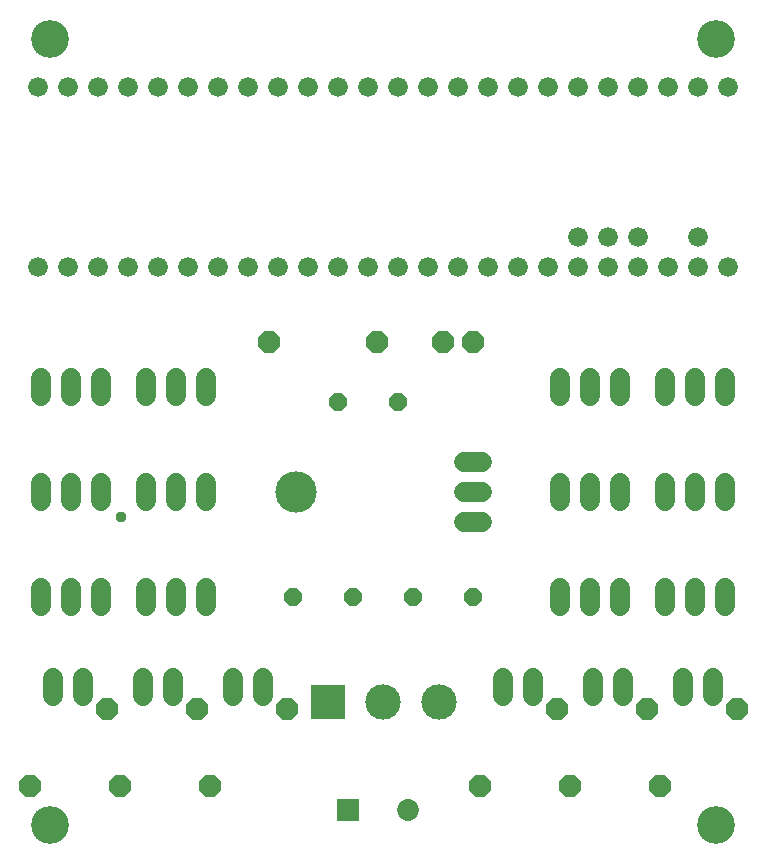
<source format=gbr>
G04 EAGLE Gerber RS-274X export*
G75*
%MOMM*%
%FSLAX34Y34*%
%LPD*%
%INSoldermask Bottom*%
%IPPOS*%
%AMOC8*
5,1,8,0,0,1.08239X$1,22.5*%
G01*
%ADD10C,3.203200*%
%ADD11C,1.727200*%
%ADD12C,1.676400*%
%ADD13C,3.505200*%
%ADD14P,1.649562X8X202.500000*%
%ADD15R,1.853200X1.853200*%
%ADD16C,1.853200*%
%ADD17P,2.034460X8X202.500000*%
%ADD18P,2.034460X8X22.500000*%
%ADD19P,2.034460X8X247.500000*%
%ADD20R,2.984500X2.984500*%
%ADD21C,2.984500*%
%ADD22C,0.959600*%


D10*
X35560Y-142240D03*
X599440Y-142240D03*
X599440Y523240D03*
X35560Y523240D03*
D11*
X27940Y58420D02*
X27940Y43180D01*
X53340Y43180D02*
X53340Y58420D01*
X78740Y58420D02*
X78740Y43180D01*
X556260Y43180D02*
X556260Y58420D01*
X581660Y58420D02*
X581660Y43180D01*
X607060Y43180D02*
X607060Y58420D01*
X556260Y132080D02*
X556260Y147320D01*
X581660Y147320D02*
X581660Y132080D01*
X607060Y132080D02*
X607060Y147320D01*
X556260Y220980D02*
X556260Y236220D01*
X581660Y236220D02*
X581660Y220980D01*
X607060Y220980D02*
X607060Y236220D01*
X27940Y147320D02*
X27940Y132080D01*
X53340Y132080D02*
X53340Y147320D01*
X78740Y147320D02*
X78740Y132080D01*
X27940Y220980D02*
X27940Y236220D01*
X53340Y236220D02*
X53340Y220980D01*
X78740Y220980D02*
X78740Y236220D01*
X116840Y58420D02*
X116840Y43180D01*
X142240Y43180D02*
X142240Y58420D01*
X167640Y58420D02*
X167640Y43180D01*
X116840Y132080D02*
X116840Y147320D01*
X142240Y147320D02*
X142240Y132080D01*
X167640Y132080D02*
X167640Y147320D01*
X116840Y220980D02*
X116840Y236220D01*
X142240Y236220D02*
X142240Y220980D01*
X167640Y220980D02*
X167640Y236220D01*
X467360Y58420D02*
X467360Y43180D01*
X492760Y43180D02*
X492760Y58420D01*
X518160Y58420D02*
X518160Y43180D01*
X467360Y132080D02*
X467360Y147320D01*
X492760Y147320D02*
X492760Y132080D01*
X518160Y132080D02*
X518160Y147320D01*
X467360Y220980D02*
X467360Y236220D01*
X492760Y236220D02*
X492760Y220980D01*
X518160Y220980D02*
X518160Y236220D01*
D12*
X558800Y482600D03*
X533400Y482600D03*
X508000Y482600D03*
X482600Y482600D03*
X457200Y482600D03*
X431800Y482600D03*
X406400Y482600D03*
X381000Y482600D03*
X355600Y482600D03*
X330200Y482600D03*
X304800Y482600D03*
X279400Y482600D03*
X279400Y330200D03*
X304800Y330200D03*
X330200Y330200D03*
X355600Y330200D03*
X381000Y330200D03*
X406400Y330200D03*
X431800Y330200D03*
X457200Y330200D03*
X482600Y330200D03*
X508000Y330200D03*
X533400Y330200D03*
X584200Y482600D03*
X558800Y330200D03*
X584200Y330200D03*
X609600Y482600D03*
X609600Y330200D03*
X254000Y482600D03*
X254000Y330200D03*
X228600Y482600D03*
X203200Y482600D03*
X177800Y482600D03*
X152400Y482600D03*
X127000Y482600D03*
X101600Y482600D03*
X76200Y482600D03*
X50800Y482600D03*
X25400Y482600D03*
X25400Y330200D03*
X50800Y330200D03*
X76200Y330200D03*
X101600Y330200D03*
X127000Y330200D03*
X152400Y330200D03*
X177800Y330200D03*
X203200Y330200D03*
X228600Y330200D03*
X584200Y355600D03*
X533400Y355600D03*
X508000Y355600D03*
X482600Y355600D03*
D11*
X401320Y114300D02*
X386080Y114300D01*
X386080Y139700D02*
X401320Y139700D01*
X401320Y165100D02*
X386080Y165100D01*
D13*
X243840Y139700D03*
D14*
X393700Y50800D03*
X342900Y50800D03*
X330200Y215900D03*
X279400Y215900D03*
D15*
X287100Y-129540D03*
D16*
X337900Y-129540D03*
D17*
X312420Y266700D03*
X220980Y266700D03*
D18*
X368300Y266700D03*
X393700Y266700D03*
D11*
X38100Y-17780D02*
X38100Y-33020D01*
X63500Y-33020D02*
X63500Y-17780D01*
X114300Y-17780D02*
X114300Y-33020D01*
X139700Y-33020D02*
X139700Y-17780D01*
X190500Y-17780D02*
X190500Y-33020D01*
X215900Y-33020D02*
X215900Y-17780D01*
X419100Y-17780D02*
X419100Y-33020D01*
X444500Y-33020D02*
X444500Y-17780D01*
X495300Y-17780D02*
X495300Y-33020D01*
X520700Y-33020D02*
X520700Y-17780D01*
X571500Y-17780D02*
X571500Y-33020D01*
X596900Y-33020D02*
X596900Y-17780D01*
D19*
X83129Y-43871D03*
X18471Y-108529D03*
X159329Y-43871D03*
X94671Y-108529D03*
X235529Y-43871D03*
X170871Y-108529D03*
X464129Y-43871D03*
X399471Y-108529D03*
X540329Y-43871D03*
X475671Y-108529D03*
X616529Y-43871D03*
X551871Y-108529D03*
D20*
X270510Y-38100D03*
D21*
X317500Y-38100D03*
X364490Y-38100D03*
D14*
X292100Y50800D03*
X241300Y50800D03*
D22*
X94996Y118872D03*
M02*

</source>
